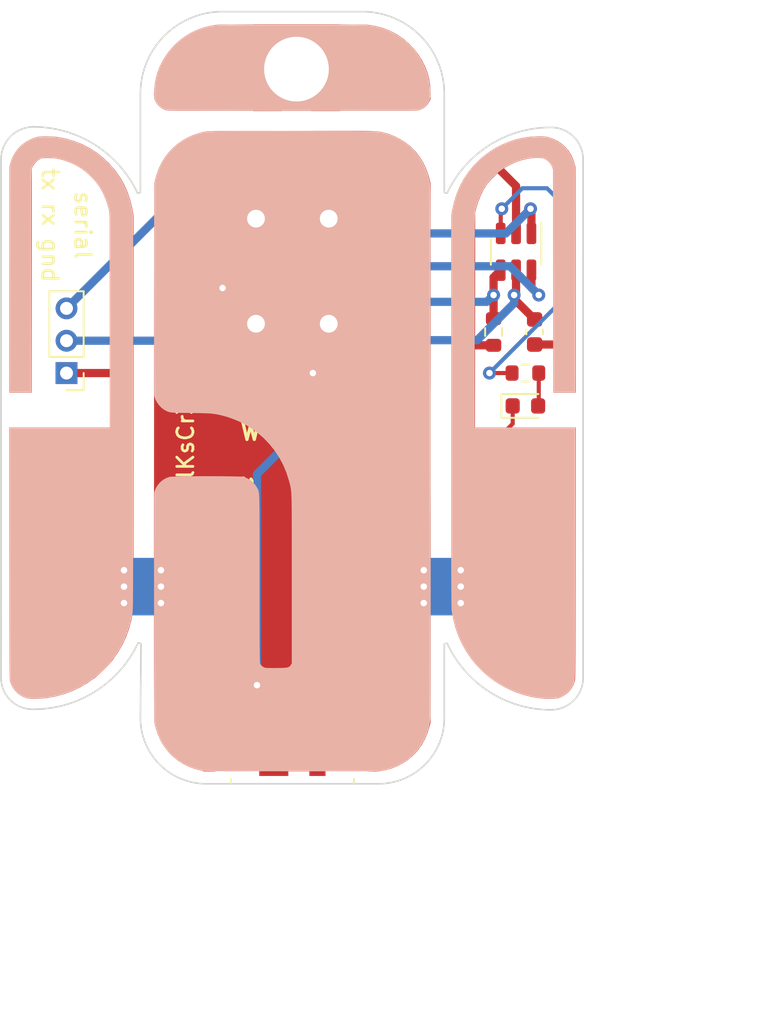
<source format=kicad_pcb>
(kicad_pcb (version 20211014) (generator pcbnew)
  (layers (0 "F.Cu" signal) (31 "B.Cu" signal) (34 "B.Paste" user) (35 "F.Paste" user) (36 "B.SilkS" user "B.Silkscreen") (37 "F.SilkS" user "F.Silkscreen") (38 "B.Mask" user) (39 "F.Mask" user) (44 "Edge.Cuts" user))
  (net 0 "")
  (net 1 "GND")
  (net 2 "Net-(D1-Pad2)")
  (net 3 "/rx")
  (net 4 "/tx")
  (net 5 "VBUS")
  (net 10 "/button")
  (net 11 "/led")
  (net 12 "/button_lp")
  (footprint "Logo_Ganesh:35x46_2-furado" (layer "F.Cu") (at 52.324 48.26)
    (fp_text reference "logo_cobre" hide)
    (fp_text value "LOGO" hide)
    (fp_poly (pts (xy 15.37242 -16.164511) (xy 15.49688 -16.161958) (xy 15.59596 -16.156053) (xy 15.680542 -16.145897) (xy 15.761506 -16.130595) (xy 15.833775 -16.113339) (xy 16.142447 -16.011527) (xy 16.427964 -15.869161) (xy 16.688225 -15.687456) (xy 16.887783 -15.503234) (xy 17.074678 -15.286193) (xy 17.224508 -15.061073) (xy 17.343752 -14.816345) (xy 17.438887 -14.540482) (xy 17.449071 -14.504449) (xy 17.511142 -14.28013) (xy 17.517532 -7.293362) (xy 17.523923 -0.306593) (xy 16.15506 -0.306593) (xy 16.15506 -7.129838) (xy 16.154995 -7.876888) (xy 16.154798 -8.577503) (xy 16.154466 -9.232419) (xy 16.153998 -9.842368) (xy 16.153389 -10.408086) (xy 16.152637 -10.930304) (xy 16.15174 -11.409759) (xy 16.150695 -11.847183) (xy 16.149499 -12.24331) (xy 16.14815 -12.598874) (xy 16.146644 -12.91461) (xy 16.14498 -13.191251) (xy 16.143153 -13.429531) (xy 16.141163 -13.630183) (xy 16.139005 -13.793943) (xy 16.136678 -13.921543) (xy 16.134178 -14.013718) (xy 16.131504 -14.071201) (xy 16.129428 -14.091741) (xy 16.070041 -14.292681) (xy 15.972078 -14.468262) (xy 15.837971 -14.615225) (xy 15.67015 -14.730314) (xy 15.64243 -14.744522) (xy 15.561304 -14.781791) (xy 15.490486 -14.805655) (xy 15.413422 -14.819781) (xy 15.313557 -14.827833) (xy 15.253813 -14.830571) (xy 14.903239 -14.822766) (xy 14.541407 -14.773138) (xy 14.174509 -14.683684) (xy 13.808739 -14.556404) (xy 13.450292 -14.393293) (xy 13.10536 -14.19635) (xy 12.93584 -14.082958) (xy 12.810163 -13.985478) (xy 12.666225 -13.859267) (xy 12.513412 -13.713809) (xy 12.361109 -13.558589) (xy 12.218704 -13.40309) (xy 12.095583 -13.256797) (xy 12.022298 -13.159889) (xy 11.828321 -12.852857) (xy 11.655717 -12.511833) (xy 11.508858 -12.146823) (xy 11.392113 -11.767832) (xy 11.363055 -11.650511) (xy 11.310773 -11.426463) (xy 11.303437 -4.793454) (xy 11.296101 1.839554) (xy 17.523624 1.839554) (xy 17.517334 9.62818) (xy 17.516742 10.349203) (xy 17.516162 11.024576) (xy 17.515584 11.655814) (xy 17.515 12.244434) (xy 17.514401 12.791954) (xy 17.513778 13.29989) (xy 17.513122 13.769758) (xy 17.512423 14.203076) (xy 17.511673 14.601361) (xy 17.510862 14.966129) (xy 17.509982 15.298897) (xy 17.509023 15.601182) (xy 17.507977 15.874501) (xy 17.506834 16.12037) (xy 17.505586 16.340307) (xy 17.504223 16.535828) (xy 17.502737 16.70845) (xy 17.501117 16.85969) (xy 17.499356 16.991064) (xy 17.497444 17.10409) (xy 17.495373 17.200284) (xy 17.493132 17.281163) (xy 17.490714 17.348245) (xy 17.488108 17.403044) (xy 17.485307 17.44708) (xy 17.482301 17.481868) (xy 17.47908 17.508925) (xy 17.475637 17.529768) (xy 17.471961 17.545914) (xy 17.470124 17.5524) (xy 17.370149 17.806558) (xy 17.233053 18.033083) (xy 17.06126 18.229367) (xy 16.857196 18.392801) (xy 16.623282 18.520776) (xy 16.538101 18.555478) (xy 16.472247 18.578536) (xy 16.41052 18.595057) (xy 16.342628 18.606291) (xy 16.258278 18.613494) (xy 16.147179 18.617917) (xy 16.001764 18.620772) (xy 15.866247 18.622145) (xy 15.741266 18.62218) (xy 15.637184 18.620964) (xy 15.564364 18.618585) (xy 15.541875 18.61687) (xy 15.359223 18.59519) (xy 15.212316 18.576551) (xy 15.089965 18.559321) (xy 14.980979 18.541867) (xy 14.874169 18.522558) (xy 14.81077 18.510254) (xy 14.30632 18.386738) (xy 13.811401 18.218514) (xy 13.330009 18.007718) (xy 12.866139 17.756483) (xy 12.423785 17.466946) (xy 12.006943 17.141241) (xy 11.670059 16.832005) (xy 11.300099 16.433591) (xy 10.9698 16.009774) (xy 10.679462 15.561141) (xy 10.429383 15.088282) (xy 10.219864 14.591781) (xy 10.051202 14.072228) (xy 9.923698 13.530209) (xy 9.889092 13.336768) (xy 9.885913 13.31616) (xy 9.882896 13.293088) (xy 9.880036 13.266331) (xy 9.877328 13.234669) (xy 9.874769 13.196881) (xy 9.872355 13.151747) (xy 9.870081 13.098048) (xy 9.867943 13.034562) (xy 9.865937 12.960068) (xy 9.864058 12.873348) (xy 9.862304 12.77318) (xy 9.860668 12.658343) (xy 9.859148 12.527618) (xy 9.857739 12.379785) (xy 9.856437 12.213622) (xy 9.855237 12.02791) (xy 9.854135 11.821428) (xy 9.853128 11.592955) (xy 9.852211 11.341272) (xy 9.85138 11.065158) (xy 9.850631 10.763392) (xy 9.849959 10.434755) (xy 9.84936 10.078025) (xy 9.848831 9.691983) (xy 9.848366 9.275408) (xy 9.847963 8.82708) (xy 9.847615 8.345778) (xy 9.847321 7.830282) (xy 9.847074 7.279371) (xy 9.846871 6.691826) (xy 9.846709 6.066426) (xy 9.846581 5.40195) (xy 9.846486 4.697178) (xy 9.846417 3.950891) (xy 9.846372 3.161866) (xy 9.846345 2.328884) (xy 9.846334 1.450726) (xy 9.846332 0.872609) (xy 9.846332 -11.332127) (xy 9.8998 -11.626927) (xy 10.013879 -12.129006) (xy 10.169723 -12.611848) (xy 10.365796 -13.0734) (xy 10.600559 -13.511614) (xy 10.872475 -13.924437) (xy 11.180008 -14.30982) (xy 11.521618 -14.665711) (xy 11.89577 -14.99006) (xy 12.300926 -15.280816) (xy 12.735547 -15.535928) (xy 12.888672 -15.613652) (xy 13.344281 -15.813477) (xy 13.800359 -15.9674) (xy 14.261491 -16.076508) (xy 14.732258 -16.14189) (xy 15.211699 -16.164608)) (layer "F.Cu") (width 0) (fill solid))
    (fp_poly (pts (xy 3.082888 -16.505868) (xy 3.399231 -16.505304) (xy 3.684139 -16.504401) (xy 3.939579 -16.503128) (xy 4.167518 -16.501456) (xy 4.369922 -16.499354) (xy 4.548758 -16.496794) (xy 4.705993 -16.493746) (xy 4.843593 -16.490179) (xy 4.963525 -16.486063) (xy 5.067755 -16.48137) (xy 5.158251 -16.476069) (xy 5.236979 -16.47013) (xy 5.305906 -16.463524) (xy 5.366997 -16.45622) (xy 5.422221 -16.44819) (xy 5.473544 -16.439402) (xy 5.522931 -16.429828) (xy 5.572351 -16.419437) (xy 5.590925 -16.415405) (xy 5.973663 -16.308824) (xy 6.347884 -16.159613) (xy 6.707122 -15.971585) (xy 7.044908 -15.748556) (xy 7.354778 -15.49434) (xy 7.630265 -15.212754) (xy 7.631183 -15.2117) (xy 7.887355 -14.88271) (xy 8.105415 -14.527721) (xy 8.286041 -14.145378) (xy 8.429913 -13.734323) (xy 8.496211 -13.484651) (xy 8.548042 -13.266017) (xy 8.554911 -6.745033) (xy 8.555607 -6.023168) (xy 8.556126 -5.347596) (xy 8.556463 -4.717439) (xy 8.556618 -4.131822) (xy 8.556586 -3.589869) (xy 8.556366 -3.090704) (xy 8.555955 -2.633451) (xy 8.555351 -2.217234) (xy 8.554552 -1.841177) (xy 8.553553 -1.504405) (xy 8.552354 -1.206041) (xy 8.550952 -0.94521) (xy 8.549344 -0.721035) (xy 8.547527 -0.53264) (xy 8.5455 -0.379151) (xy 8.543259 -0.259689) (xy 8.540803 -0.173381) (xy 8.538128 -0.119349) (xy 8.535918 -0.099191) (xy 8.476308 0.089684) (xy 8.379623 0.278325) (xy 8.253877 0.45599) (xy 8.107084 0.61194) (xy 7.947257 0.735433) (xy 7.887192 0.770342) (xy 7.822539 0.804587) (xy 7.765844 0.833525) (xy 7.712602 0.857656) (xy 7.658312 0.877479) (xy 7.59847 0.893493) (xy 7.528573 0.906198) (xy 7.444119 0.916092) (xy 7.340604 0.923675) (xy 7.213526 0.929446) (xy 7.058381 0.933904) (xy 6.870668 0.937548) (xy 6.645882 0.940878) (xy 6.379522 0.944392) (xy 6.308727 0.945321) (xy 6.013854 0.949439) (xy 5.760876 0.953699) (xy 5.544519 0.958513) (xy 5.359512 0.964297) (xy 5.200582 0.971464) (xy 5.062456 0.980426) (xy 4.939861 0.991598) (xy 4.827526 1.005394) (xy 4.720177 1.022227) (xy 4.612541 1.04251) (xy 4.499347 1.066658) (xy 4.375321 1.095084) (xy 4.363045 1.097961) (xy 4.000441 1.198612) (xy 3.627189 1.331073) (xy 3.257197 1.489333) (xy 2.904373 1.667384) (xy 2.582623 1.859215) (xy 2.547075 1.882667) (xy 2.130215 2.188443) (xy 1.745924 2.52691) (xy 1.395846 2.89576) (xy 1.081624 3.292688) (xy 0.804903 3.715387) (xy 0.567326 4.161552) (xy 0.370538 4.628876) (xy 0.216183 5.115054) (xy 0.200691 5.174155) (xy 0.182517 5.243852) (xy 0.16572 5.306927) (xy 0.150245 5.365357) (xy 0.136039 5.421118) (xy 0.123048 5.476187) (xy 0.111218 5.532542) (xy 0.100494 5.592159) (xy 0.090824 5.657015) (xy 0.082152 5.729086) (xy 0.074425 5.810349) (xy 0.067589 5.902781) (xy 0.06159 6.00836) (xy 0.056374 6.129061) (xy 0.051887 6.266861) (xy 0.048075 6.423737) (xy 0.044883 6.601667) (xy 0.042259 6.802626) (xy 0.040148 7.028592) (xy 0.038495 7.281541) (xy 0.037248 7.56345) (xy 0.036352 7.876296) (xy 0.035753 8.222056) (xy 0.035397 8.602706) (xy 0.03523 9.020223) (xy 0.035198 9.476585) (xy 0.035247 9.973767) (xy 0.035324 10.513746) (xy 0.035374 11.0985) (xy 0.035376 11.227718) (xy 0.035376 16.429716) (xy 0.098127 16.524543) (xy 0.133982 16.575537) (xy 0.170439 16.616197) (xy 0.213149 16.647767) (xy 0.267766 16.67149) (xy 0.339944 16.68861) (xy 0.435336 16.700371) (xy 0.559595 16.708015) (xy 0.718374 16.712788) (xy 0.917327 16.715932) (xy 0.971039 16.716575) (xy 1.197942 16.718055) (xy 1.386178 16.716843) (xy 1.533624 16.712993) (xy 1.638153 16.706559) (xy 1.696558 16.697894) (xy 1.799075 16.652432) (xy 1.896154 16.57899) (xy 1.971409 16.491383) (xy 1.996363 16.44509) (xy 2.000035 16.429894) (xy 2.003426 16.401428) (xy 2.006548 16.357977) (xy 2.00941 16.297829) (xy 2.012024 16.219268) (xy 2.014399 16.120582) (xy 2.016546 16.000057) (xy 2.018476 15.85598) (xy 2.0202 15.686635) (xy 2.021727 15.49031) (xy 2.023068 15.265292) (xy 2.024234 15.009865) (xy 2.025236 14.722317) (xy 2.026083 14.400934) (xy 2.026787 14.044002) (xy 2.027358 13.649808) (xy 2.027806 13.216637) (xy 2.028142 12.742776) (xy 2.028376 12.226511) (xy 2.028519 11.666128) (xy 2.028575 11.197275) (xy 2.028578 10.605645) (xy 2.028539 10.059294) (xy 2.028513 9.556331) (xy 2.028552 9.094868) (xy 2.02871 8.673014) (xy 2.02904 8.28888) (xy 2.029596 7.940576) (xy 2.03043 7.626213) (xy 2.031597 7.343901) (xy 2.033149 7.09175) (xy 2.03514 6.867871) (xy 2.037623 6.670375) (xy 2.040652 6.497371) (xy 2.04428 6.34697) (xy 2.048561 6.217282) (xy 2.053547 6.106419) (xy 2.059292 6.012489) (xy 2.065849 5.933604) (xy 2.073273 5.867874) (xy 2.081615 5.81341) (xy 2.09093 5.768321) (xy 2.101271 5.730718) (xy 2.112691 5.698712) (xy 2.125243 5.670413) (xy 2.138982 5.643931) (xy 2.15396 5.617376) (xy 2.17023 5.58886) (xy 2.187847 5.556492) (xy 2.187858 5.55647) (xy 2.313181 5.365903) (xy 2.475067 5.19639) (xy 2.665209 5.054449) (xy 2.875298 4.946599) (xy 3.031781 4.894355) (xy 3.082375 4.887461) (xy 3.17592 4.881217) (xy 3.308204 4.875621) (xy 3.475013 4.870674) (xy 3.672136 4.866375) (xy 3.89536 4.862725) (xy 4.140472 4.859723) (xy 4.40326 4.857368) (xy 4.679512 4.855661) (xy 4.965014 4.854601) (xy 5.255554 4.854188) (xy 5.54692 4.854422) (xy 5.834899 4.855302) (xy 6.115279 4.856829) (xy 6.383846 4.859002) (xy 6.636389 4.86182) (xy 6.868695 4.865284) (xy 7.076552 4.869393) (xy 7.255746 4.874147) (xy 7.402066 4.879546) (xy 7.511298 4.885589) (xy 7.579231 4.892277) (xy 7.591862 4.894624) (xy 7.799871 4.96651) (xy 7.995046 5.077747) (xy 8.170985 5.221828) (xy 8.321287 5.392246) (xy 8.43955 5.582494) (xy 8.519373 5.786064) (xy 8.536061 5.854438) (xy 8.53879 5.884068) (xy 8.541317 5.946136) (xy 8.543644 6.041442) (xy 8.545773 6.17079) (xy 8.547706 6.334979) (xy 8.549444 6.534813) (xy 8.550991 6.771092) (xy 8.552348 7.044619) (xy 8.553518 7.356194) (xy 8.554502 7.706619) (xy 8.555302 8.096696) (xy 8.555922 8.527226) (xy 8.556362 8.999011) (xy 8.556626 9.512853) (xy 8.556714 10.069553) (xy 8.55663 10.669913) (xy 8.556376 11.314734) (xy 8.555952 12.004818) (xy 8.555363 12.740967) (xy 8.555099 13.030176) (xy 8.548443 20.081801) (xy 8.486081 20.329433) (xy 8.362673 20.737153) (xy 8.205098 21.113831) (xy 8.01181 21.462492) (xy 7.781266 21.786161) (xy 7.680684 21.906543) (xy 7.413218 22.179553) (xy 7.114837 22.423101) (xy 6.791189 22.634369) (xy 6.447919 22.810539) (xy 6.090675 22.948793) (xy 5.725104 23.046315) (xy 5.356851 23.100286) (xy 5.276926 23.105984) (xy 5.046982 23.119208) (xy 5.046982 11.320334) (xy 2.311234 11.320334) (xy 2.311234 17.027669) (xy -1.698051 17.027669) (xy -1.698051 11.556174) (xy -5.046983 11.556174) (xy -5.046983 23.112349) (xy -5.206175 23.110419) (xy -5.301811 23.105152) (xy -5.423413 23.092684) (xy -5.550737 23.075258) (xy -5.605716 23.066183) (xy -5.99675 22.973878) (xy -6.372449 22.838613) (xy -6.729366 22.662931) (xy -7.06405 22.449377) (xy -7.373053 22.200495) (xy -7.652927 21.918828) (xy -7.900223 21.60692) (xy -8.111492 21.267315) (xy -8.154214 21.186361) (xy -8.316368 20.823445) (xy -8.434835 20.452714) (xy -8.511851 20.066306) (xy -8.538055 19.836073) (xy -8.539856 19.797223) (xy -8.541567 19.723751) (xy -8.543188 19.615205) (xy -8.544719 19.471135) (xy -8.546161 19.29109) (xy -8.547515 19.07462) (xy -8.54878 18.821274) (xy -8.549957 18.530602) (xy -8.551047 18.202153) (xy -8.55205 17.835477) (xy -8.552967 17.430122) (xy -8.553798 16.985638) (xy -8.554543 16.501576) (xy -8.555203 15.977483) (xy -8.555779 15.41291) (xy -8.556271 14.807405) (xy -8.556679 14.16052) (xy -8.557004 13.471802) (xy -8.557247 12.740801) (xy -8.557407 11.967066) (xy -8.557486 11.150148) (xy -8.557483 10.289595) (xy -8.5574 9.384957) (xy -8.557236 8.435783) (xy -8.556993 7.441623) (xy -8.55667 6.402026) (xy -8.556268 5.316542) (xy -8.555788 4.184719) (xy -8.555323 3.195636) (xy -8.554802 2.141232) (xy -8.554294 1.132955) (xy -8.553795 0.169763) (xy -8.553351 -0.660353) (xy -6.108264 -0.660353) (xy 6.603528 -0.660353) (xy 6.603528 -13.678738) (xy -6.108264 -13.678738) (xy -6.108264 -0.660353) (xy -8.553351 -0.660353) (xy -8.553303 -0.749388) (xy -8.552813 -1.625539) (xy -8.552323 -2.459731) (xy -8.55183 -3.253006) (xy -8.551331 -4.006407) (xy -8.550823 -4.720976) (xy -8.550302 -5.397754) (xy -8.549766 -6.037784) (xy -8.549212 -6.642107) (xy -8.548635 -7.211765) (xy -8.548034 -7.7478) (xy -8.547406 -8.251255) (xy -8.546746 -8.72317) (xy -8.546053 -9.164589) (xy -8.545323 -9.576553) (xy -8.544552 -9.960104) (xy -8.543739 -10.316283) (xy -8.542879 -10.646133) (xy -8.54197 -10.950697) (xy -8.541008 -11.231015) (xy -8.539991 -11.488129) (xy -8.538916 -11.723082) (xy -8.537779 -11.936916) (xy -8.536577 -12.130672) (xy -8.535308 -12.305393) (xy -8.533967 -12.46212) (xy -8.532553 -12.601895) (xy -8.531062 -12.725761) (xy -8.52949 -12.834759) (xy -8.527836 -12.929931) (xy -8.526095 -13.012319) (xy -8.524264 -13.082965) (xy -8.522342 -13.142912) (xy -8.520324 -13.1932) (xy -8.518207 -13.234872) (xy -8.515989 -13.26897) (xy -8.513666 -13.296536) (xy -8.511235 -13.318611) (xy -8.508693 -13.336238) (xy -8.506431 -13.348561) (xy -8.400179 -13.774934) (xy -8.261306 -14.168912) (xy -8.088152 -14.533685) (xy -7.879056 -14.872442) (xy -7.632356 -15.188375) (xy -7.443128 -15.390946) (xy -7.137854 -15.666534) (xy -6.811659 -15.902754) (xy -6.461673 -16.101099) (xy -6.085024 -16.263065) (xy -5.67884 -16.390146) (xy -5.400743 -16.454124) (xy -5.375174 -16.458743) (xy -5.345038 -16.463009) (xy -5.308408 -16.466939) (xy -5.263358 -16.470551) (xy -5.207963 -16.473864) (xy -5.140295 -16.476895) (xy -5.058428 -16.479662) (xy -4.960436 -16.482182) (xy -4.844393 -16.484475) (xy -4.708372 -16.486558) (xy -4.550447 -16.488449) (xy -4.368692 -16.490166) (xy -4.161181 -16.491727) (xy -3.925986 -16.493149) (xy -3.661182 -16.494451) (xy -3.364843 -16.495651) (xy -3.035041 -16.496767) (xy -2.669852 -16.497816) (xy -2.267348 -16.498817) (xy -1.825603 -16.499787) (xy -1.342691 -16.500744) (xy -0.816686 -16.501708) (xy -0.245661 -16.502694) (xy -0.176881 -16.50281) (xy 0.414571 -16.503789) (xy 0.960822 -16.504637) (xy 1.463838 -16.505324) (xy 1.925586 -16.50582) (xy 2.348032 -16.506096) (xy 2.733144 -16.506122)) (layer "F.Cu") (width 0) (fill solid))
    (fp_poly (pts (xy 0.278582 -23.089651) (xy 0.690757 -23.089438) (xy 1.098137 -23.089032) (xy 1.497835 -23.088433) (xy 1.886965 -23.087638) (xy 2.26264 -23.08665) (xy 2.621973 -23.085467) (xy 2.962077 -23.08409) (xy 3.280066 -23.082518) (xy 3.573052 -23.080751) (xy 3.838149 -23.07879) (xy 4.07247 -23.076634) (xy 4.273129 -23.074283) (xy 4.437237 -23.071737) (xy 4.56191 -23.068995) (xy 4.644259 -23.066058) (xy 4.673035 -23.064115) (xy 5.105456 -22.997421) (xy 5.532984 -22.886312) (xy 5.948131 -22.733337) (xy 6.34341 -22.541044) (xy 6.528353 -22.432757) (xy 6.879458 -22.187719) (xy 7.208255 -21.904302) (xy 7.510101 -21.58786) (xy 7.780354 -21.24375) (xy 8.014371 -20.877327) (xy 8.205901 -20.497606) (xy 8.355042 -20.111963) (xy 8.460551 -19.728892) (xy 8.52442 -19.338992) (xy 8.548642 -18.932867) (xy 8.548982 -18.879016) (xy 8.54921 -18.478088) (xy 8.473083 -18.317361) (xy 8.362727 -18.137937) (xy 8.217248 -17.985569) (xy 8.043356 -17.865515) (xy 7.847757 -17.78303) (xy 7.76388 -17.761509) (xy 7.730273 -17.759371) (xy 7.651653 -17.75733) (xy 7.530175 -17.755385) (xy 7.367994 -17.753538) (xy 7.167265 -17.751788) (xy 6.930144 -17.750135) (xy 6.658784 -17.74858) (xy 6.355341 -17.747122) (xy 6.02197 -17.745762) (xy 5.660826 -17.744501) (xy 5.274064 -17.743337) (xy 4.86384 -17.742271) (xy 4.432307 -17.741304) (xy 3.981621 -17.740436) (xy 3.513938 -17.739666) (xy 3.031411 -17.738995) (xy 2.536196 -17.738423) (xy 2.030449 -17.73795) (xy 1.516323 -17.737576) (xy 0.995974 -17.737302) (xy 0.471558 -17.737128) (xy -0.054772 -17.737053) (xy -0.580859 -17.737078) (xy -1.10455 -17.737204) (xy -1.623688 -17.737429) (xy -2.13612 -17.737755) (xy -2.639689 -17.738181) (xy -3.132242 -17.738708) (xy -3.611622 -17.739336) (xy -4.075676 -17.740065) (xy -4.522247 -17.740895) (xy -4.949182 -17.741826) (xy -5.354324 -17.742858) (xy -5.73552 -17.743993) (xy -6.090613 -17.745228) (xy -6.41745 -17.746566) (xy -6.713875 -17.748006) (xy -6.977732 -17.749548) (xy -7.206868 -17.751192) (xy -7.399126 -17.752938) (xy -7.552353 -17.754788) (xy -7.664392 -17.75674) (xy -7.73309 -17.758795) (xy -7.754989 -17.760426) (xy -7.949471 -17.821919) (xy -8.125751 -17.92332) (xy -8.27843 -18.059141) (xy -8.402115 -18.223893) (xy -8.491407 -18.412089) (xy -8.493365 -18.419128) (xy -2.3368 -17.733328) (xy 2.888005 -17.733328) (xy 2.888005 -23.065229) (xy -2.336464 -23.065085) (xy -2.336794 -17.7292) (xy -8.493365 -18.419128) (xy -8.529152 -18.547804) (xy -8.544196 -18.630827) (xy -8.552758 -18.70809) (xy -8.555083 -18.792083) (xy -8.551415 -18.895297) (xy -8.542001 -19.030222) (xy -8.539286 -19.064135) (xy -8.494311 -19.450976) (xy -8.422916 -19.809354) (xy -8.321639 -20.152007) (xy -8.18702 -20.491673) (xy -8.102666 -20.671402) (xy -7.883105 -21.065046) (xy -7.627982 -21.429052) (xy -7.339737 -21.761722) (xy -7.020809 -22.061358) (xy -6.67364 -22.326263) (xy -6.30067 -22.554737) (xy -5.904338 -22.745084) (xy -5.487084 -22.895605) (xy -5.05135 -23.004602) (xy -4.664672 -23.063728) (xy -4.612667 -23.066792) (xy -4.516382 -23.069664) (xy -4.378702 -23.072344) (xy -4.202515 -23.074832) (xy -3.990708 -23.077129) (xy -3.746166 -23.079232) (xy -3.471779 -23.081144) (xy -3.170431 -23.082863) (xy -2.845009 -23.084389) (xy -2.498402 -23.085723) (xy -2.133494 -23.086864) (xy -1.753174 -23.087812) (xy -1.360328 -23.088566) (xy -0.957842 -23.089127) (xy -0.548604 -23.089495) (xy -0.1355 -23.08967)) (layer "F.Cu") (width 0) (fill solid))
    (fp_poly (pts (xy -14.917265 -16.156932) (xy -14.637726 -16.135925) (xy -14.366027 -16.097954) (xy -14.083322 -16.040693) (xy -13.929846 -16.003569) (xy -13.445168 -15.857) (xy -12.980174 -15.667996) (xy -12.536678 -15.437773) (xy -12.116496 -15.167549) (xy -11.721444 -14.858539) (xy -11.353339 -14.511962) (xy -11.013994 -14.129035) (xy -10.883294 -13.961405) (xy -10.607683 -13.555705) (xy -10.371135 -13.124559) (xy -10.173399 -12.667371) (xy -10.014222 -12.183546) (xy -9.89335 -11.672488) (xy -9.877452 -11.587615) (xy -9.822749 -11.284959) (xy -9.822749 0.849025) (xy -9.822768 1.781649) (xy -9.822826 2.668188) (xy -9.822927 3.509725) (xy -9.823073 4.307342) (xy -9.823266 5.062123) (xy -9.82351 5.77515) (xy -9.823806 6.447506) (xy -9.824159 7.080274) (xy -9.824569 7.674537) (xy -9.825041 8.231377) (xy -9.825577 8.751878) (xy -9.826179 9.237122) (xy -9.82685 9.688192) (xy -9.827592 10.106172) (xy -9.82841 10.492143) (xy -9.829304 10.847189) (xy -9.830278 11.172392) (xy -9.831335 11.468836) (xy -9.832477 11.737604) (xy -9.833707 11.979777) (xy -9.835028 12.196439) (xy -9.836441 12.388673) (xy -9.837951 12.557562) (xy -9.839559 12.704189) (xy -9.841269 12.829636) (xy -9.843083 12.934986) (xy -9.845003 13.021322) (xy -9.847032 13.089727) (xy -9.849174 13.141284) (xy -9.851431 13.177076) (xy -9.853346 13.195264) (xy -9.952046 13.738654) (xy -10.088264 14.255195) (xy -10.263489 14.748479) (xy -10.479212 15.222101) (xy -10.736923 15.679655) (xy -11.03811 16.124734) (xy -11.104796 16.21402) (xy -11.211869 16.345985) (xy -11.347169 16.498699) (xy -11.502039 16.663509) (xy -11.667826 16.831759) (xy -11.835875 16.994794) (xy -11.997531 17.143961) (xy -12.14414 17.270604) (xy -12.22832 17.337543) (xy -12.679229 17.652766) (xy -13.142668 17.923012) (xy -13.621393 18.14945) (xy -14.118159 18.333248) (xy -14.63572 18.475574) (xy -15.140948 18.572174) (xy -15.281809 18.58988) (xy -15.444865 18.603971) (xy -15.620789 18.614266) (xy -15.800252 18.620586) (xy -15.973927 18.622749) (xy -16.132486 18.620575) (xy -16.266602 18.613884) (xy -16.366946 18.602495) (xy -16.396051 18.596454) (xy -16.639749 18.510681) (xy -16.861184 18.384826) (xy -17.057158 18.22195) (xy -17.224473 18.025112) (xy -17.359932 17.797373) (xy -17.443656 17.593686) (xy -17.447708 17.580611) (xy -17.451505 17.565084) (xy -17.455057 17.545587) (xy -17.458375 17.520598) (xy -17.461466 17.4886) (xy -17.464342 17.448071) (xy -17.467011 17.397493) (xy -17.469484 17.335347) (xy -17.471769 17.260112) (xy -17.473876 17.170268) (xy -17.475816 17.064298) (xy -17.477596 16.94068) (xy -17.479228 16.797896) (xy -17.48072 16.634425) (xy -17.482083 16.448749) (xy -17.483325 16.239348) (xy -17.484457 16.004702) (xy -17.485487 15.743291) (xy -17.486426 15.453597) (xy -17.487283 15.134099) (xy -17.488067 14.783279) (xy -17.488789 14.399616) (xy -17.489457 13.981591) (xy -17.490082 13.527684) (xy -17.490673 13.036376) (xy -17.491239 12.506148) (xy -17.49179 11.935479) (xy -17.492336 11.322851) (xy -17.492886 10.666743) (xy -17.49345 9.965637) (xy -17.493697 9.651764) (xy -17.499835 1.839554) (xy -11.273167 1.839554) (xy -11.273627 -4.640158) (xy -11.273666 -5.305887) (xy -11.273705 -5.926163) (xy -11.273771 -6.502698) (xy -11.273891 -7.037208) (xy -11.274094 -7.531406) (xy -11.274407 -7.987007) (xy -11.274857 -8.405724) (xy -11.275473 -8.789273) (xy -11.276282 -9.139366) (xy -11.277311 -9.457718) (xy -11.278588 -9.746043) (xy -11.280142 -10.006056) (xy -11.281999 -10.23947) (xy -11.284187 -10.448) (xy -11.286734 -10.633359) (xy -11.289668 -10.797262) (xy -11.293016 -10.941423) (xy -11.296806 -11.067556) (xy -11.301065 -11.177375) (xy -11.305822 -11.272594) (xy -11.311103 -11.354928) (xy -11.316937 -11.42609) (xy -11.323351 -11.487795) (xy -11.330373 -11.541757) (xy -11.33803 -11.589689) (xy -11.346351 -11.633307) (xy -11.355362 -11.674323) (xy -11.365092 -11.714453) (xy -11.375568 -11.75541) (xy -11.386818 -11.798909) (xy -11.389293 -11.808573) (xy -11.519748 -12.227423) (xy -11.690229 -12.623101) (xy -11.89858 -12.993545) (xy -12.142647 -13.336693) (xy -12.420274 -13.650485) (xy -12.729308 -13.932859) (xy -13.067593 -14.181754) (xy -13.432974 -14.395108) (xy -13.823298 -14.57086) (xy -14.236408 -14.706949) (xy -14.480595 -14.765844) (xy -14.606442 -14.789282) (xy -14.73098 -14.805212) (xy -14.868531 -14.814881) (xy -15.033417 -14.819534) (xy -15.105571 -14.820243) (xy -15.247421 -14.820836) (xy -15.351416 -14.819803) (xy -15.426869 -14.815944) (xy -15.483093 -14.808063) (xy -15.529398 -14.79496) (xy -15.575098 -14.775437) (xy -15.61751 -14.754377) (xy -15.784245 -14.644547) (xy -15.927814 -14.498744) (xy -16.03953 -14.325884) (xy -16.044338 -14.316255) (xy -16.119685 -14.163207) (xy -16.125777 -7.2349) (xy -16.131868 -0.306593) (xy -17.499964 -0.306593) (xy -17.493762 -7.316946) (xy -17.487558 -14.327298) (xy -17.434255 -14.515971) (xy -17.322668 -14.828375) (xy -17.172827 -15.115537) (xy -16.987378 -15.374814) (xy -16.768968 -15.603561) (xy -16.520246 -15.799134) (xy -16.243858 -15.958888) (xy -15.942452 -16.08018) (xy -15.836676 -16.111662) (xy -15.759115 -16.131019) (xy -15.683775 -16.144942) (xy -15.600557 -16.154282) (xy -15.499363 -16.159889) (xy -15.370093 -16.162613) (xy -15.223492 -16.163303)) (layer "F.Cu") (width 0) (fill solid))
  )
  (footprint "MountingHole:MountingHole_4mm" (layer "F.Cu") (at 52.578 27.94)
    (fp_text reference "Hole" hide)
    (fp_text value "MountingHole_4mm")
    (pad "" thru_hole circle (at 0 0) (size 4 4) (drill 4) (layers *.Cu *.Mask))
  )
  (footprint "LED_SMD:LED_0603_1608Metric" (layer "F.Cu") (at 66.739 48.768)
    (fp_text reference "D1" hide)
    (fp_text value "LED")
    (pad "1" smd roundrect (at -0.7875 0) (size 0.875 0.95) (layers "F.Cu" "F.Paste" "F.Mask") (net 1 "GND"))
    (pad "2" smd roundrect (at 0.7875 0) (size 0.875 0.95) (layers "F.Cu" "F.Paste" "F.Mask") (net 2 "Net-(D1-Pad2)"))
  )
  (footprint "Resistor_SMD:R_0603_1608Metric" (layer "F.Cu") (at 64.77 44.196 -90)
    (fp_text reference "R1" hide)
    (fp_text value "10 k")
    (pad "1" smd roundrect (at -0.825 0 270) (size 0.8 0.95) (layers "F.Cu" "F.Paste" "F.Mask") (net 3 "/rx"))
    (pad "2" smd roundrect (at 0.825 0 270) (size 0.8 0.95) (layers "F.Cu" "F.Paste" "F.Mask") (net 1 "GND"))
  )
  (footprint "Resistor_SMD:R_0603_1608Metric" (layer "F.Cu") (at 48.006 39.445 -90)
    (fp_text reference "R4" hide)
    (fp_text value "10 k")
    (pad "1" smd roundrect (at -0.825 0 270) (size 0.8 0.95) (layers "F.Cu" "F.Paste" "F.Mask") (net 10 "/button"))
    (pad "2" smd roundrect (at 0.825 0 270) (size 0.8 0.95) (layers "F.Cu" "F.Paste" "F.Mask") (net 12 "/button_lp"))
  )
  (footprint "Connector_USB:USB_Micro-B_Molex_47346-0001" (layer "F.Cu") (at 52.324 69.504)
    (fp_text reference "J2" hide)
    (fp_text value "USB_B_Micro")
    (pad "1" smd rect (at -1.3 -1.46) (size 0.45 1.38) (layers "F.Cu" "F.Paste" "F.Mask") (net 5 "VBUS"))
    (pad "2" smd rect (at -0.65 -1.46) (size 0.45 1.38) (layers "F.Cu" "F.Paste" "F.Mask"))
    (pad "3" smd rect (at 0 -1.46) (size 0.45 1.38) (layers "F.Cu" "F.Paste" "F.Mask"))
    (pad "4" smd rect (at 0.65 -1.46) (size 0.45 1.38) (layers "F.Cu" "F.Paste" "F.Mask"))
    (pad "5" smd rect (at 1.3 -1.46) (size 0.45 1.38) (layers "F.Cu" "F.Paste" "F.Mask") (net 1 "GND"))
    (pad "6" smd rect (at 1.55 1.2) (size 1 1.9) (layers "F.Cu" "F.Paste" "F.Mask"))
    (pad "6" smd rect (at -3.375 1.2) (size 1.65 1.3) (layers "F.Cu" "F.Paste" "F.Mask"))
    (pad "6" smd rect (at 3.375 1.2) (size 1.65 1.3) (layers "F.Cu" "F.Paste" "F.Mask"))
    (pad "6" smd rect (at 2.4875 -1.375) (size 1.425 1.55) (layers "F.Cu" "F.Paste" "F.Mask"))
    (pad "6" smd rect (at -2.4875 -1.375) (size 1.425 1.55) (layers "F.Cu" "F.Paste" "F.Mask"))
    (pad "6" smd rect (at -1.15 1.2) (size 1.8 1.9) (layers "F.Cu" "F.Paste" "F.Mask"))
  )
  (footprint "Capacitor_SMD:C_0603_1608Metric" (layer "F.Cu") (at 67.31 44.196 -90)
    (fp_text reference "C1" hide)
    (fp_text value "100 nF")
    (pad "1" smd roundrect (at -0.775 0 270) (size 0.9 0.95) (layers "F.Cu" "F.Paste" "F.Mask") (net 5 "VBUS"))
    (pad "2" smd roundrect (at 0.775 0 270) (size 0.9 0.95) (layers "F.Cu" "F.Paste" "F.Mask") (net 1 "GND"))
  )
  (footprint "Button_Switch_THT:SW_PUSH_6mm_H9.5mm" (layer "F.Cu") (at 50.074 43.6868 90)
    (fp_text reference "SW1" hide)
    (fp_text value "SW_Push")
    (pad "1" thru_hole circle (at 0 0 180) (size 2 2) (drill 1.1) (layers *.Cu *.Mask) (net 10 "/button"))
    (pad "1" thru_hole circle (at 6.5 0 180) (size 2 2) (drill 1.1) (layers *.Cu *.Mask) (net 10 "/button"))
    (pad "2" thru_hole circle (at 0 4.5 180) (size 2 2) (drill 1.1) (layers *.Cu *.Mask) (net 1 "GND"))
    (pad "2" thru_hole circle (at 6.5 4.5 180) (size 2 2) (drill 1.1) (layers *.Cu *.Mask) (net 1 "GND"))
  )
  (footprint "Resistor_SMD:R_0603_1608Metric" (layer "F.Cu") (at 66.739 46.736)
    (fp_text reference "R3" hide)
    (fp_text value "300")
    (pad "1" smd roundrect (at -0.825 0) (size 0.8 0.95) (layers "F.Cu" "F.Paste" "F.Mask") (net 11 "/led"))
    (pad "2" smd roundrect (at 0.825 0) (size 0.8 0.95) (layers "F.Cu" "F.Paste" "F.Mask") (net 2 "Net-(D1-Pad2)"))
  )
  (footprint "Resistor_SMD:R_0603_1608Metric" (layer "F.Cu") (at 51.308 46.736 180)
    (fp_text reference "R2" hide)
    (fp_text value "10 k")
    (pad "1" smd roundrect (at -0.825 0 180) (size 0.8 0.95) (layers "F.Cu" "F.Paste" "F.Mask") (net 5 "VBUS"))
    (pad "2" smd roundrect (at 0.825 0 180) (size 0.8 0.95) (layers "F.Cu" "F.Paste" "F.Mask") (net 10 "/button"))
  )
  (footprint "Package_TO_SOT_SMD:SOT-23-6" (layer "F.Cu") (at 66.1615 39.2375 -90)
    (fp_text reference "U1" hide)
    (fp_text value "ATtiny9-TS")
    (pad "1" smd roundrect (at -1.1375 -0.95 270) (size 1.325 0.6) (layers "F.Cu" "F.Paste" "F.Mask") (net 4 "/tx"))
    (pad "2" smd roundrect (at -1.1375 0 270) (size 1.325 0.6) (layers "F.Cu" "F.Paste" "F.Mask") (net 1 "GND"))
    (pad "3" smd roundrect (at -1.1375 0.95 270) (size 1.325 0.6) (layers "F.Cu" "F.Paste" "F.Mask") (net 11 "/led"))
    (pad "4" smd roundrect (at 1.1375 0.95 270) (size 1.325 0.6) (layers "F.Cu" "F.Paste" "F.Mask") (net 3 "/rx"))
    (pad "5" smd roundrect (at 1.1375 0 270) (size 1.325 0.6) (layers "F.Cu" "F.Paste" "F.Mask") (net 5 "VBUS"))
    (pad "6" smd roundrect (at 1.1375 -0.95 270) (size 1.325 0.6) (layers "F.Cu" "F.Paste" "F.Mask") (net 12 "/button_lp"))
  )
  (footprint "Connector_PinHeader_2.00mm:PinHeader_1x03_P2.00mm_Vertical" (layer "F.Cu") (at 38.354 46.736 180)
    (fp_text reference "J1" hide)
    (fp_text value "Conn_01x03_Male")
    (pad "1" thru_hole rect (at 0 0 180) (size 1.35 1.35) (drill 0.8) (layers *.Cu *.Mask) (net 1 "GND"))
    (pad "2" thru_hole oval (at 0 2 180) (size 1.35 1.35) (drill 0.8) (layers *.Cu *.Mask) (net 3 "/rx"))
    (pad "3" thru_hole oval (at 0 4 180) (size 1.35 1.35) (drill 0.8) (layers *.Cu *.Mask) (net 4 "/tx"))
  )
  (footprint "Capacitor_SMD:C_0603_1608Metric" (layer "F.Cu") (at 48.006 43.509 -90)
    (fp_text reference "C2" hide)
    (fp_text value "1.5 n")
    (pad "1" smd roundrect (at -0.775 0 270) (size 0.9 0.95) (layers "F.Cu" "F.Paste" "F.Mask") (net 12 "/button_lp"))
    (pad "2" smd roundrect (at 0.775 0 270) (size 0.9 0.95) (layers "F.Cu" "F.Paste" "F.Mask") (net 1 "GND"))
  )
  (footprint "Logo_Ganesh:35x46_2" (layer "B.Cu") (at 52.324 48.26 180)
    (fp_text reference "Logo_silk" hide)
    (fp_text value "LOGO" hide)
  )
  (gr_arc (start 61.722 63.5) (mid 61.807712 63.463597) (end 61.9 63.451168) (layer "Edge.Cuts") (width 0.1))
  (gr_arc (start 42.926 29.464) (mid 44.413898 25.871898) (end 48.006 24.384) (layer "Edge.Cuts") (width 0.1))
  (gr_arc (start 42.781954 63.427848) (mid 42.874242 63.440278) (end 42.959954 63.47668) (layer "Edge.Cuts") (width 0.1))
  (gr_line (start 34.305631 65.547194) (end 34.30534 33.528) (layer "Edge.Cuts") (width 0.1))
  (gr_line (start 57.658 72.136) (end 46.99 72.136) (layer "Edge.Cuts") (width 0.1))
  (gr_line (start 61.722 68.072) (end 61.722 63.5) (layer "Edge.Cuts") (width 0.1))
  (gr_line (start 70.308852 33.528) (end 70.308561 65.547194) (layer "Edge.Cuts") (width 0.1))
  (gr_arc (start 34.30534 33.528) (mid 34.883902 32.11315) (end 36.288046 31.509059) (layer "Edge.Cuts") (width 0.1))
  (gr_arc (start 36.288046 31.509059) (mid 40.11359 32.620519) (end 42.748 35.608832) (layer "Edge.Cuts") (width 0.1))
  (gr_arc (start 42.926 35.56) (mid 42.840288 35.596403) (end 42.748 35.608832) (layer "Edge.Cuts") (width 0.1))
  (gr_arc (start 61.9 35.608832) (mid 61.807712 35.596402) (end 61.722 35.56) (layer "Edge.Cuts") (width 0.1))
  (gr_arc (start 70.308561 65.547194) (mid 69.740042 66.971181) (end 68.326 67.564) (layer "Edge.Cuts") (width 0.1))
  (gr_line (start 61.722 35.56) (end 61.722 29.464) (layer "Edge.Cuts") (width 0.1))
  (gr_arc (start 56.642 24.384) (mid 60.234102 25.871898) (end 61.722 29.464) (layer "Edge.Cuts") (width 0.1))
  (gr_line (start 48.006 24.384) (end 56.642 24.384) (layer "Edge.Cuts") (width 0.1))
  (gr_arc (start 68.292046 31.545439) (mid 69.716032 32.113958) (end 70.308852 33.528) (layer "Edge.Cuts") (width 0.1))
  (gr_arc (start 36.322 67.527621) (mid 34.888431 66.970522) (end 34.305631 65.547194) (layer "Edge.Cuts") (width 0.1))
  (gr_arc (start 68.326 67.564) (mid 64.511263 66.447754) (end 61.9 63.451168) (layer "Edge.Cuts") (width 0.1))
  (gr_arc (start 42.781954 63.427848) (mid 40.147544 66.416161) (end 36.322 67.527621) (layer "Edge.Cuts") (width 0.1))
  (gr_line (start 42.959954 63.47668) (end 42.926 68.072) (layer "Edge.Cuts") (width 0.1))
  (gr_arc (start 61.9 35.608832) (mid 64.504916 32.647276) (end 68.292046 31.545439) (layer "Edge.Cuts") (width 0.1))
  (gr_line (start 42.926 29.464) (end 42.926 35.56) (layer "Edge.Cuts") (width 0.1))
  (gr_arc (start 61.722 68.072) (mid 60.531682 70.945682) (end 57.658 72.136) (layer "Edge.Cuts") (width 0.1))
  (gr_arc (start 46.99 72.136) (mid 44.116318 70.945682) (end 42.926 68.072) (layer "Edge.Cuts") (width 0.1))
  (gr_text "Web" (at 50.8 50.292) (layer "F.SilkS") (effects (font (size 1.2 1.2) (thickness 0.2))))
  (gr_text "Hardware" (at 49.276 57.15 90) (layer "F.SilkS") (effects (font (size 1.2 1.2) (thickness 0.2))))
  (gr_text "Pwning" (at 65.786 52.324) (layer "F.SilkS") (effects (font (size 1.2 1.2) (thickness 0.2))))
  (gr_text "tx rx gnd" (at 37.338 37.592 270) (layer "F.SilkS") (effects (font (size 1 1) (thickness 0.16))))
  (gr_text "Criptografia" (at 57.912 61.214 270) (layer "F.SilkS") (effects (font (size 1.2 1.2) (thickness 0.2))))
  (gr_text "Ganesh{1_Re4D_5ilKsCr33n}" (at 45.72 56.436 90) (layer "F.SilkS") (effects (font (size 1 1) (thickness 0.17))))
  (gr_text "Pentest" (at 38.1 60.96 315) (layer "F.SilkS") (effects (font (size 1.2 1.2) (thickness 0.2))))
  (gr_text "Ganesh" (at 51.816 34.036) (layer "F.SilkS") (effects (font (size 2 2) (thickness 0.33))))
  (gr_text "by alexsantee" (at 59.69 46.99 90) (layer "F.SilkS") (effects (font (size 1 1) (thickness 0.16)) (justify left)))
  (gr_text "serial" (at 39.37 37.592 270) (layer "F.SilkS") (effects (font (size 1 1) (thickness 0.16))))
  (gr_text "CTF" (at 66.294 63.5) (layer "F.SilkS") (effects (font (size 1.2 1.2) (thickness 0.2))))
  (gr_text "Reversa" (at 66.04 58.166 315) (layer "F.SilkS") (effects (font (size 1.2 1.2) (thickness 0.2))))
  (gr_text "Redes" (at 38.1 54.102 45) (layer "F.SilkS") (effects (font (size 1.2 1.2) (thickness 0.2))))
  (segment (start 67.31 44.971) (end 68.821 44.971) (width 0.508) (layer "F.Cu") (net 1))
  (segment (start 66.1615 35.1735) (end 65.024 34.036) (width 0.508) (layer "F.Cu") (net 1))
  (segment (start 65.9515 49.8725) (end 65.024 50.8) (width 0.254) (layer "F.Cu") (net 1))
  (segment (start 66.1615 38.1) (end 66.1615 35.1735) (width 0.508) (layer "F.Cu") (net 1))
  (segment (start 38.354 46.736) (end 41.656 46.736) (width 0.508) (layer "F.Cu") (net 1))
  (segment (start 53.594 65.913) (end 53.586298 65.920702) (width 0.508) (layer "F.Cu") (net 1))
  (segment (start 68.834 44.958) (end 68.821 44.971) (width 0.127) (layer "F.Cu") (net 1))
  (segment (start 53.586298 65.920702) (end 53.586298 67.637298) (width 0.508) (layer "F.Cu") (net 1))
  (segment (start 64.77 45.021) (end 63.436 45.021) (width 0.508) (layer "F.Cu") (net 1))
  (segment (start 65.9515 48.768) (end 65.9515 49.8725) (width 0.254) (layer "F.Cu") (net 1))
  (via (at 62.738 58.928) (size 0.8) (drill 0.4) (layers "F.Cu" "B.Cu") (net 1))
  (via (at 60.452 60.96) (size 0.8) (drill 0.4) (layers "F.Cu" "B.Cu") (net 1))
  (via (at 44.196 58.928) (size 0.8) (drill 0.4) (layers "F.Cu" "B.Cu") (net 1))
  (via (at 60.452 59.944) (size 0.8) (drill 0.4) (layers "F.Cu" "B.Cu") (net 1))
  (via (at 41.91 60.96) (size 0.8) (drill 0.4) (layers "F.Cu" "B.Cu") (net 1))
  (via (at 62.738 60.96) (size 0.8) (drill 0.4) (layers "F.Cu" "B.Cu") (net 1))
  (via (at 44.196 59.944) (size 0.8) (drill 0.4) (layers "F.Cu" "B.Cu") (net 1))
  (via (at 41.91 59.944) (size 0.8) (drill 0.4) (layers "F.Cu" "B.Cu") (net 1))
  (via (at 41.91 58.928) (size 0.8) (drill 0.4) (layers "F.Cu" "B.Cu") (net 1))
  (via (at 62.738 59.944) (size 0.8) (drill 0.4) (layers "F.Cu" "B.Cu") (net 1))
  (via (at 60.452 58.928) (size 0.8) (drill 0.4) (layers "F.Cu" "B.Cu") (net 1))
  (via (at 44.196 60.96) (size 0.8) (drill 0.4) (layers "F.Cu" "B.Cu") (net 1))
  (segment (start 67.564 48.7305) (end 67.5265 48.768) (width 0.254) (layer "F.Cu") (net 2))
  (segment (start 67.564 46.736) (end 67.564 48.7305) (width 0.254) (layer "F.Cu") (net 2))
  (segment (start 65.2115 40.375) (end 64.77 40.8165) (width 0.508) (layer "F.Cu") (net 3))
  (segment (start 64.77 41.91) (end 64.77 43.371) (width 0.508) (layer "F.Cu") (net 3))
  (segment (start 64.77 40.8165) (end 64.77 41.91) (width 0.508) (layer "F.Cu") (net 3))
  (via (at 64.77 41.91) (size 0.8) (drill 0.4) (layers "F.Cu" "B.Cu") (net 3))
  (segment (start 64.349 42.331) (end 49.109 42.331) (width 0.508) (layer "B.Cu") (net 3))
  (segment (start 64.77 41.91) (end 64.349 42.331) (width 0.508) (layer "B.Cu") (net 3))
  (segment (start 46.704 44.736) (end 38.354 44.736) (width 0.508) (layer "B.Cu") (net 3))
  (segment (start 49.109 42.331) (end 46.704 44.736) (width 0.508) (layer "B.Cu") (net 3))
  (segment (start 67.1115 36.6315) (end 67.1115 38.1) (width 0.508) (layer "F.Cu") (net 4))
  (segment (start 67.056 36.576) (end 67.1115 36.6315) (width 0.508) (layer "F.Cu") (net 4))
  (via (at 67.056 36.576) (size 0.8) (drill 0.4) (layers "F.Cu" "B.Cu") (net 4))
  (segment (start 65.532 38.1) (end 58.928 38.1) (width 0.508) (layer "B.Cu") (net 4))
  (segment (start 56.134 35.306) (end 45.784 35.306) (width 0.508) (layer "B.Cu") (net 4))
  (segment (start 45.784 35.306) (end 38.354 42.736) (width 0.508) (layer "B.Cu") (net 4))
  (segment (start 67.056 36.576) (end 65.532 38.1) (width 0.508) (layer "B.Cu") (net 4))
  (segment (start 58.928 38.1) (end 56.134 35.306) (width 0.508) (layer "B.Cu") (net 4))
  (segment (start 52.133 46.736) (end 53.594 46.736) (width 0.254) (layer "F.Cu") (net 5))
  (segment (start 50.955 66.860502) (end 50.955 67.645) (width 0.508) (layer "F.Cu") (net 5))
  (segment (start 67.297 43.434) (end 67.31 43.421) (width 0.508) (layer "F.Cu") (net 5))
  (segment (start 66.04 41.91) (end 66.1615 41.7885) (width 0.508) (layer "F.Cu") (net 5))
  (segment (start 66.04 41.91) (end 66.04 42.151) (width 0.508) (layer "F.Cu") (net 5))
  (segment (start 50.134498 66.04) (end 50.955 66.860502) (width 0.508) (layer "F.Cu") (net 5))
  (segment (start 66.1615 41.7885) (end 66.1615 40.375) (width 0.508) (layer "F.Cu") (net 5))
  (segment (start 66.04 42.151) (end 67.31 43.421) (width 0.508) (layer "F.Cu") (net 5))
  (via (at 66.04 41.91) (size 0.8) (drill 0.4) (layers "F.Cu" "B.Cu") (net 5))
  (via (at 53.594 46.736) (size 0.8) (drill 0.4) (layers "F.Cu" "B.Cu") (net 5))
  (via (at 50.134498 66.04) (size 0.8) (drill 0.4) (layers "F.Cu" "B.Cu") (net 5))
  (segment (start 50.134498 52.989502) (end 50.134498 66.04) (width 0.508) (layer "B.Cu") (net 5))
  (segment (start 58.42 44.704) (end 53.975 49.149) (width 0.508) (layer "B.Cu") (net 5))
  (segment (start 63.754 44.704) (end 58.42 44.704) (width 0.508) (layer "B.Cu") (net 5))
  (segment (start 53.594 49.53) (end 53.594 46.736) (width 0.508) (layer "B.Cu") (net 5))
  (segment (start 66.04 41.91) (end 66.04 42.418) (width 0.508) (layer "B.Cu") (net 5))
  (segment (start 53.975 49.149) (end 50.134498 52.989502) (width 0.508) (layer "B.Cu") (net 5))
  (segment (start 66.04 42.418) (end 63.754 44.704) (width 0.508) (layer "B.Cu") (net 5))
  (segment (start 48.006 38.62) (end 49.24 37.386) (width 0.254) (layer "F.Cu") (net 10))
  (segment (start 50.449 46.702) (end 50.483 46.736) (width 0.254) (layer "F.Cu") (net 10))
  (segment (start 50.449 43.386) (end 50.449 46.702) (width 0.254) (layer "F.Cu") (net 10))
  (segment (start 50.449 37.386) (end 50.449 43.386) (width 0.254) (layer "F.Cu") (net 10))
  (segment (start 49.24 37.386) (end 50.449 37.386) (width 0.254) (layer "F.Cu") (net 10))
  (segment (start 65.2115 36.6425) (end 65.2115 38.1) (width 0.254) (layer "F.Cu") (net 11))
  (segment (start 65.914 46.736) (end 64.516 46.736) (width 0.254) (layer "F.Cu") (net 11))
  (segment (start 65.723 46.545) (end 65.914 46.736) (width 0.254) (layer "F.Cu") (net 11))
  (segment (start 65.278 36.576) (end 65.2115 36.6425) (width 0.254) (layer "F.Cu") (net 11))
  (via (at 64.516 46.736) (size 0.8) (drill 0.4) (layers "F.Cu" "B.Cu") (net 11))
  (via (at 65.278 36.576) (size 0.8) (drill 0.4) (layers "F.Cu" "B.Cu") (net 11))
  (segment (start 68.834 42.418) (end 64.516 46.736) (width 0.254) (layer "B.Cu") (net 11))
  (segment (start 65.278 36.576) (end 66.548 35.306) (width 0.254) (layer "B.Cu") (net 11))
  (segment (start 68.072 35.306) (end 68.834 36.068) (width 0.254) (layer "B.Cu") (net 11))
  (segment (start 68.834 36.068) (end 68.834 42.418) (width 0.254) (layer "B.Cu") (net 11))
  (segment (start 66.548 35.306) (end 68.072 35.306) (width 0.254) (layer "B.Cu") (net 11))
  (segment (start 67.564 41.91) (end 67.1115 41.4575) (width 0.508) (layer "F.Cu") (net 12))
  (segment (start 48.006 40.27) (end 48.006 42.734) (width 0.254) (layer "F.Cu") (net 12))
  (segment (start 67.1115 41.4575) (end 67.1115 40.375) (width 0.508) (layer "F.Cu") (net 12))
  (via (at 48.006 41.477) (size 0.8) (drill 0.4) (layers "F.Cu" "B.Cu") (net 12))
  (via (at 67.564 41.91) (size 0.8) (drill 0.4) (layers "F.Cu" "B.Cu") (net 12))
  (segment (start 67.564 41.91) (end 65.786 40.132) (width 0.508) (layer "B.Cu") (net 12))
  (segment (start 49.351 40.132) (end 48.006 41.477) (width 0.508) (layer "B.Cu") (net 12))
  (segment (start 65.786 40.132) (end 49.351 40.132) (width 0.508) (layer "B.Cu") (net 12))
  (zone (net 1) (net_name "GND") (layer "F.Cu") (connect_pads (clearance 0.508)) (min_thickness 0.254) (fill yes (thermal_gap 0.508) (thermal_bridge_width 0.508) (island_removal_mode 1) (island_area_min 0))
    (polygon (pts (xy 59.182 48.006) (xy 45.974 48.006) (xy 45.974 34.29) (xy 59.182 34.29)))
  )
  (zone (net 1) (net_name "GND") (layer "F.Cu") (connect_pads (clearance 0.508)) (min_thickness 0.254) (fill yes (thermal_gap 0.508) (thermal_bridge_width 0.508) (island_removal_mode 1) (island_area_min 0))
    (polygon (pts (xy 51.054 65.278) (xy 54.61 65.278) (xy 54.61 59.436) (xy 57.658 59.436) (xy 57.658 71.374) (xy 46.736 71.374) (xy 46.736 59.436) (xy 51.054 59.436)))
  )
  (zone (net 1) (net_name "GND") (layer "F.Cu") (connect_pads (clearance 0.508)) (min_thickness 0.254) (fill yes (thermal_gap 0.508) (thermal_bridge_width 0.508) (island_removal_mode 1) (island_area_min 0))
    (polygon (pts (xy 55.372 30.5308) (xy 49.784 30.5308) (xy 49.784 25.1714) (xy 55.372 25.1714)))
  )
  (zone (net 1) (net_name "GND") (layer "B.Cu") (connect_pads yes (clearance 0.508)) (min_thickness 0.254) (fill yes (thermal_gap 0.508) (thermal_bridge_width 0.508) (island_removal_mode 1) (island_area_min 0))
    (polygon (pts (xy 44.958 61.722) (xy 41.148 61.722) (xy 41.148 58.166) (xy 44.958 58.166)))
  )
  (zone (net 1) (net_name "GND") (layer "B.Cu") (connect_pads yes (clearance 0.508)) (min_thickness 0.254) (fill yes (thermal_gap 0.508) (thermal_bridge_width 0.508) (island_removal_mode 1) (island_area_min 0))
    (polygon (pts (xy 63.5 61.722) (xy 59.69 61.722) (xy 59.69 58.166) (xy 63.5 58.166)))
  )
)
</source>
